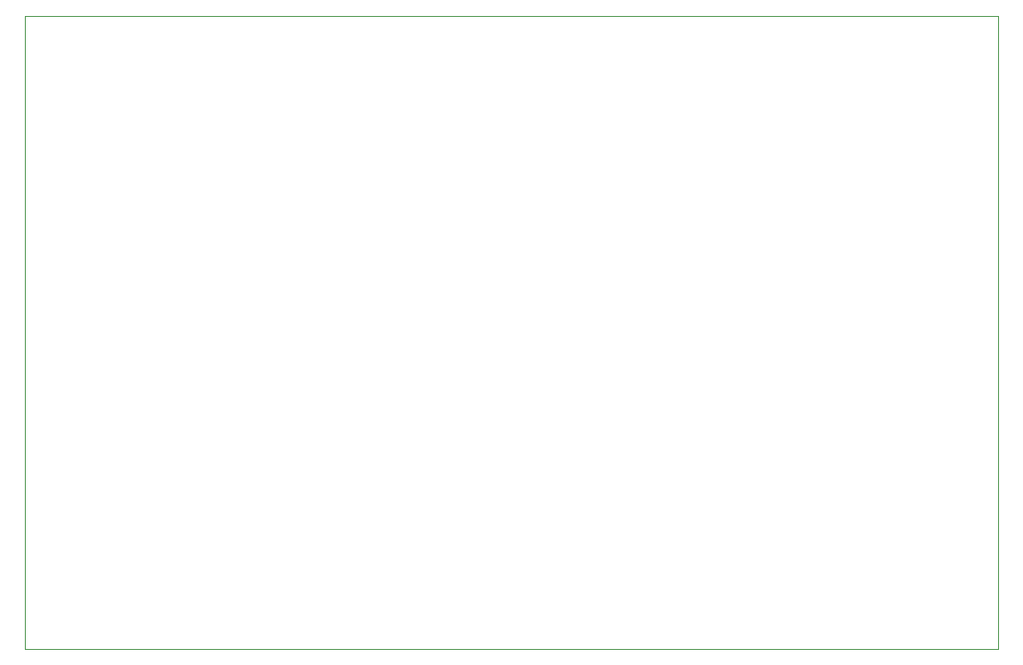
<source format=gbr>
%TF.GenerationSoftware,KiCad,Pcbnew,9.0.7*%
%TF.CreationDate,2026-01-28T20:07:14-06:00*%
%TF.ProjectId,MicroPad actual,4d696372-6f50-4616-9420-61637475616c,rev?*%
%TF.SameCoordinates,Original*%
%TF.FileFunction,Profile,NP*%
%FSLAX46Y46*%
G04 Gerber Fmt 4.6, Leading zero omitted, Abs format (unit mm)*
G04 Created by KiCad (PCBNEW 9.0.7) date 2026-01-28 20:07:14*
%MOMM*%
%LPD*%
G01*
G04 APERTURE LIST*
%TA.AperFunction,Profile*%
%ADD10C,0.050000*%
%TD*%
G04 APERTURE END LIST*
D10*
X83343750Y-29976250D02*
X176093750Y-29976250D01*
X176093750Y-90250000D01*
X83343750Y-90250000D01*
X83343750Y-29976250D01*
M02*

</source>
